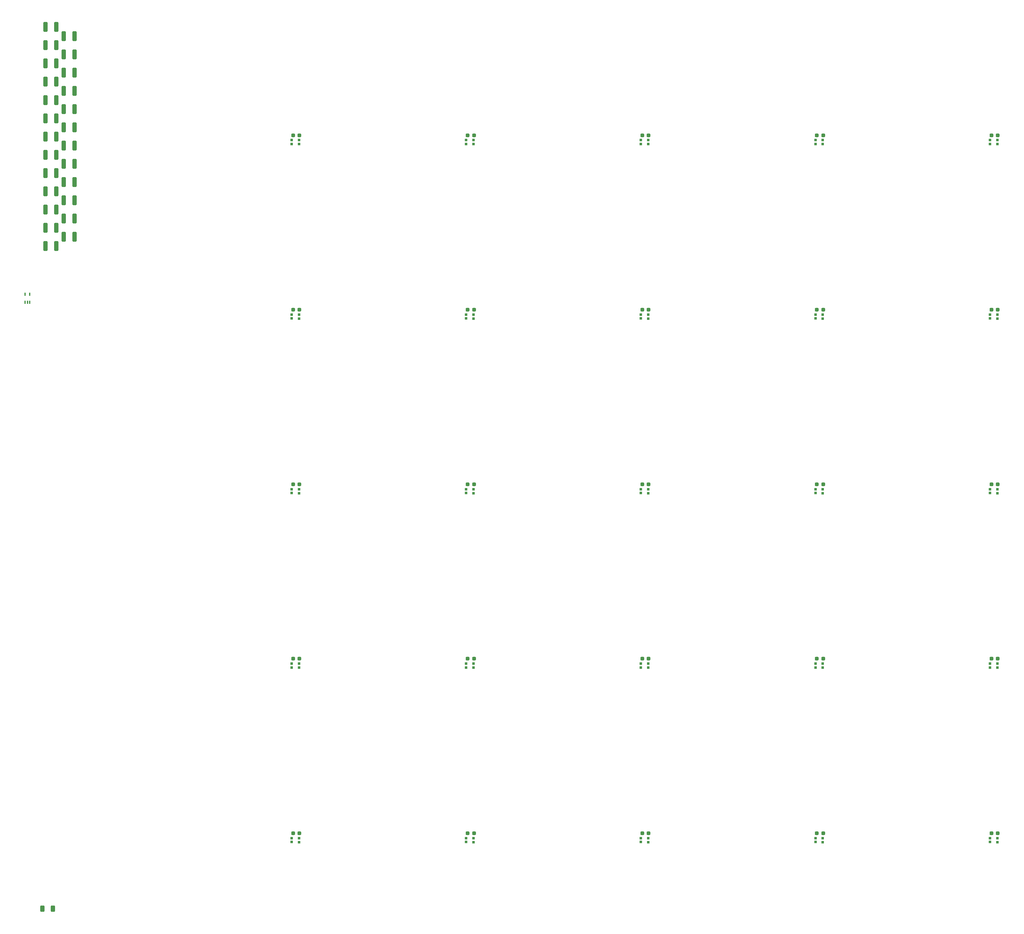
<source format=gbr>
%TF.GenerationSoftware,KiCad,Pcbnew,8.0.2-1*%
%TF.CreationDate,2024-06-03T17:46:58-04:00*%
%TF.ProjectId,Untitled,556e7469-746c-4656-942e-6b696361645f,rev?*%
%TF.SameCoordinates,Original*%
%TF.FileFunction,Paste,Top*%
%TF.FilePolarity,Positive*%
%FSLAX46Y46*%
G04 Gerber Fmt 4.6, Leading zero omitted, Abs format (unit mm)*
G04 Created by KiCad (PCBNEW 8.0.2-1) date 2024-06-03 17:46:58*
%MOMM*%
%LPD*%
G01*
G04 APERTURE LIST*
G04 Aperture macros list*
%AMRoundRect*
0 Rectangle with rounded corners*
0 $1 Rounding radius*
0 $2 $3 $4 $5 $6 $7 $8 $9 X,Y pos of 4 corners*
0 Add a 4 corners polygon primitive as box body*
4,1,4,$2,$3,$4,$5,$6,$7,$8,$9,$2,$3,0*
0 Add four circle primitives for the rounded corners*
1,1,$1+$1,$2,$3*
1,1,$1+$1,$4,$5*
1,1,$1+$1,$6,$7*
1,1,$1+$1,$8,$9*
0 Add four rect primitives between the rounded corners*
20,1,$1+$1,$2,$3,$4,$5,0*
20,1,$1+$1,$4,$5,$6,$7,0*
20,1,$1+$1,$6,$7,$8,$9,0*
20,1,$1+$1,$8,$9,$2,$3,0*%
G04 Aperture macros list end*
%ADD10RoundRect,0.237500X-0.287500X-0.237500X0.287500X-0.237500X0.287500X0.237500X-0.287500X0.237500X0*%
%ADD11R,0.700000X0.700000*%
%ADD12RoundRect,0.250000X-0.325000X-1.100000X0.325000X-1.100000X0.325000X1.100000X-0.325000X1.100000X0*%
%ADD13RoundRect,0.250000X-0.312500X-0.625000X0.312500X-0.625000X0.312500X0.625000X-0.312500X0.625000X0*%
%ADD14RoundRect,0.087500X-0.087500X-0.337500X0.087500X-0.337500X0.087500X0.337500X-0.087500X0.337500X0*%
G04 APERTURE END LIST*
D10*
%TO.C,REF\u002A\u002A21*%
X178275000Y-285665000D03*
D11*
X179902500Y-287000000D03*
X177877500Y-287000000D03*
D10*
X180025000Y-285665000D03*
D11*
X177877500Y-288050000D03*
X179902500Y-288100000D03*
%TD*%
D12*
%TO.C,10 nF*%
X62725000Y-89800000D03*
X65675000Y-89800000D03*
%TD*%
%TO.C,10 nF*%
X62725000Y-104800000D03*
X65675000Y-104800000D03*
%TD*%
D10*
%TO.C,REF\u002A\u002A20*%
X130475000Y-285665000D03*
D11*
X132102500Y-287000000D03*
X130077500Y-287000000D03*
D10*
X132225000Y-285665000D03*
D11*
X130077500Y-288050000D03*
X132102500Y-288100000D03*
%TD*%
D12*
%TO.C,10 nF*%
X62725000Y-109800000D03*
X65675000Y-109800000D03*
%TD*%
%TO.C,10 nF*%
X62725000Y-99800000D03*
X65675000Y-99800000D03*
%TD*%
%TO.C,10 nF*%
X62725000Y-124800000D03*
X65675000Y-124800000D03*
%TD*%
D10*
%TO.C,REF\u002A\u002A5*%
X130475000Y-142265000D03*
D11*
X132102500Y-143600000D03*
X130077500Y-143600000D03*
D10*
X132225000Y-142265000D03*
D11*
X130077500Y-144650000D03*
X132102500Y-144700000D03*
%TD*%
D10*
%TO.C,REF\u002A\u002A3*%
X273875000Y-94465000D03*
D11*
X275502500Y-95800000D03*
X273477500Y-95800000D03*
D10*
X275625000Y-94465000D03*
D11*
X273477500Y-96850000D03*
X275502500Y-96900000D03*
%TD*%
D10*
%TO.C,REF\u002A\u002A4*%
X321675000Y-94465000D03*
D11*
X323302500Y-95800000D03*
X321277500Y-95800000D03*
D10*
X323425000Y-94465000D03*
D11*
X321277500Y-96850000D03*
X323302500Y-96900000D03*
%TD*%
D12*
%TO.C,10 nF*%
X67725000Y-102300000D03*
X70675000Y-102300000D03*
%TD*%
%TO.C,10 nF*%
X67725000Y-122300000D03*
X70675000Y-122300000D03*
%TD*%
D10*
%TO.C,REF\u002A\u002A2*%
X226075000Y-94465000D03*
D11*
X227702500Y-95800000D03*
X225677500Y-95800000D03*
D10*
X227825000Y-94465000D03*
D11*
X225677500Y-96850000D03*
X227702500Y-96900000D03*
%TD*%
D12*
%TO.C,10 nF*%
X62725000Y-119800000D03*
X65675000Y-119800000D03*
%TD*%
D10*
%TO.C,REF\u002A\u002A19*%
X321675000Y-237865000D03*
D11*
X323302500Y-239200000D03*
X321277500Y-239200000D03*
D10*
X323425000Y-237865000D03*
D11*
X321277500Y-240250000D03*
X323302500Y-240300000D03*
%TD*%
D10*
%TO.C,REF\u002A\u002A7*%
X226075000Y-142265000D03*
D11*
X227702500Y-143600000D03*
X225677500Y-143600000D03*
D10*
X227825000Y-142265000D03*
D11*
X225677500Y-144650000D03*
X227702500Y-144700000D03*
%TD*%
D12*
%TO.C,10 nF*%
X67725000Y-72300000D03*
X70675000Y-72300000D03*
%TD*%
%TO.C,10 nF*%
X67725000Y-82300000D03*
X70675000Y-82300000D03*
%TD*%
%TO.C,10 nF*%
X67725000Y-107300000D03*
X70675000Y-107300000D03*
%TD*%
%TO.C,10 nF*%
X67725000Y-117300000D03*
X70675000Y-117300000D03*
%TD*%
D10*
%TO.C,REF\u002A\u002A8*%
X273875000Y-142265000D03*
D11*
X275502500Y-143600000D03*
X273477500Y-143600000D03*
D10*
X275625000Y-142265000D03*
D11*
X273477500Y-144650000D03*
X275502500Y-144700000D03*
%TD*%
D12*
%TO.C,10 nF*%
X67725000Y-92300000D03*
X70675000Y-92300000D03*
%TD*%
D10*
%TO.C,REF\u002A\u002A14*%
X321675000Y-190065000D03*
D11*
X323302500Y-191400000D03*
X321277500Y-191400000D03*
D10*
X323425000Y-190065000D03*
D11*
X321277500Y-192450000D03*
X323302500Y-192500000D03*
%TD*%
D10*
%TO.C,REF\u002A\u002A23*%
X273875000Y-285665000D03*
D11*
X275502500Y-287000000D03*
X273477500Y-287000000D03*
D10*
X275625000Y-285665000D03*
D11*
X273477500Y-288050000D03*
X275502500Y-288100000D03*
%TD*%
D10*
%TO.C,REF\u002A\u002A24*%
X321675000Y-285665000D03*
D11*
X323302500Y-287000000D03*
X321277500Y-287000000D03*
D10*
X323425000Y-285665000D03*
D11*
X321277500Y-288050000D03*
X323302500Y-288100000D03*
%TD*%
D10*
%TO.C,REF\u002A\u002A16*%
X178275000Y-237865000D03*
D11*
X179902500Y-239200000D03*
X177877500Y-239200000D03*
D10*
X180025000Y-237865000D03*
D11*
X177877500Y-240250000D03*
X179902500Y-240300000D03*
%TD*%
D12*
%TO.C,10 nF*%
X62725000Y-84800000D03*
X65675000Y-84800000D03*
%TD*%
D10*
%TO.C,REF\u002A\u002A10*%
X130475000Y-190065000D03*
D11*
X132102500Y-191400000D03*
X130077500Y-191400000D03*
D10*
X132225000Y-190065000D03*
D11*
X130077500Y-192450000D03*
X132102500Y-192500000D03*
%TD*%
D10*
%TO.C,REF\u002A\u002A6*%
X178275000Y-142265000D03*
D11*
X179902500Y-143600000D03*
X177877500Y-143600000D03*
D10*
X180025000Y-142265000D03*
D11*
X177877500Y-144650000D03*
X179902500Y-144700000D03*
%TD*%
D12*
%TO.C,10 nF*%
X67725000Y-87300000D03*
X70675000Y-87300000D03*
%TD*%
D10*
%TO.C,REF\u002A\u002A17*%
X226075000Y-237865000D03*
D11*
X227702500Y-239200000D03*
X225677500Y-239200000D03*
D10*
X227825000Y-237865000D03*
D11*
X225677500Y-240250000D03*
X227702500Y-240300000D03*
%TD*%
D12*
%TO.C,10 nF*%
X62725000Y-69800000D03*
X65675000Y-69800000D03*
%TD*%
%TO.C,10 nF*%
X62725000Y-114800000D03*
X65675000Y-114800000D03*
%TD*%
%TO.C,10 nF*%
X67725000Y-77300000D03*
X70675000Y-77300000D03*
%TD*%
%TO.C,10 nF*%
X67725000Y-97300000D03*
X70675000Y-97300000D03*
%TD*%
D10*
%TO.C,REF\u002A\u002A12*%
X226075000Y-190065000D03*
D11*
X227702500Y-191400000D03*
X225677500Y-191400000D03*
D10*
X227825000Y-190065000D03*
D11*
X225677500Y-192450000D03*
X227702500Y-192500000D03*
%TD*%
D12*
%TO.C,10 nF*%
X62725000Y-64800000D03*
X65675000Y-64800000D03*
%TD*%
D10*
%TO.C,REF\u002A\u002A22*%
X226075000Y-285665000D03*
D11*
X227702500Y-287000000D03*
X225677500Y-287000000D03*
D10*
X227825000Y-285665000D03*
D11*
X225677500Y-288050000D03*
X227702500Y-288100000D03*
%TD*%
D12*
%TO.C,10 nF*%
X62725000Y-79800000D03*
X65675000Y-79800000D03*
%TD*%
%TO.C,10 nF*%
X67725000Y-112300000D03*
X70675000Y-112300000D03*
%TD*%
%TO.C,10 nF*%
X67725000Y-67300000D03*
X70675000Y-67300000D03*
%TD*%
D10*
%TO.C,REF\u002A\u002A15*%
X130475000Y-237865000D03*
D11*
X132102500Y-239200000D03*
X130077500Y-239200000D03*
D10*
X132225000Y-237865000D03*
D11*
X130077500Y-240250000D03*
X132102500Y-240300000D03*
%TD*%
D12*
%TO.C,10 nF*%
X62725000Y-74800000D03*
X65675000Y-74800000D03*
%TD*%
D13*
%TO.C,50 \u03A9*%
X61837500Y-306300000D03*
X64762500Y-306300000D03*
%TD*%
D12*
%TO.C,10 nF*%
X62725000Y-94800000D03*
X65675000Y-94800000D03*
%TD*%
D10*
%TO.C,REF\u002A\u002A9*%
X321675000Y-142265000D03*
D11*
X323302500Y-143600000D03*
X321277500Y-143600000D03*
D10*
X323425000Y-142265000D03*
D11*
X321277500Y-144650000D03*
X323302500Y-144700000D03*
%TD*%
D10*
%TO.C,REF\u002A\u002A13*%
X273875000Y-190065000D03*
D11*
X275502500Y-191400000D03*
X273477500Y-191400000D03*
D10*
X275625000Y-190065000D03*
D11*
X273477500Y-192450000D03*
X275502500Y-192500000D03*
%TD*%
D14*
%TO.C,Temp1*%
X57100000Y-140200000D03*
X57750000Y-140200000D03*
X58400000Y-140200000D03*
X58400000Y-138000000D03*
X57100000Y-138000000D03*
%TD*%
D10*
%TO.C,REF\u002A\u002A1*%
X178275000Y-94465000D03*
D11*
X179902500Y-95800000D03*
X177877500Y-95800000D03*
D10*
X180025000Y-94465000D03*
D11*
X177877500Y-96850000D03*
X179902500Y-96900000D03*
%TD*%
D10*
%TO.C,REF\u002A\u002A18*%
X273875000Y-237865000D03*
D11*
X275502500Y-239200000D03*
X273477500Y-239200000D03*
D10*
X275625000Y-237865000D03*
D11*
X273477500Y-240250000D03*
X275502500Y-240300000D03*
%TD*%
D10*
%TO.C,REF\u002A\u002A*%
X130475000Y-94465000D03*
D11*
X132102500Y-95800000D03*
X130077500Y-95800000D03*
D10*
X132225000Y-94465000D03*
D11*
X130077500Y-96850000D03*
X132102500Y-96900000D03*
%TD*%
D10*
%TO.C,REF\u002A\u002A11*%
X178275000Y-190065000D03*
D11*
X179902500Y-191400000D03*
X177877500Y-191400000D03*
D10*
X180025000Y-190065000D03*
D11*
X177877500Y-192450000D03*
X179902500Y-192500000D03*
%TD*%
M02*

</source>
